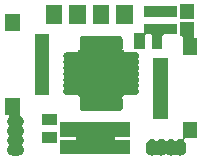
<source format=gbr>
G04 #@! TF.FileFunction,Soldermask,Top*
%FSLAX46Y46*%
G04 Gerber Fmt 4.6, Leading zero omitted, Abs format (unit mm)*
G04 Created by KiCad (PCBNEW 4.0.2-stable) date 23/09/2017 10:35:29 PM*
%MOMM*%
G01*
G04 APERTURE LIST*
%ADD10C,0.100000*%
G04 APERTURE END LIST*
D10*
G36*
X143100000Y-110501074D02*
X143103959Y-110528933D01*
X143115523Y-110554587D01*
X143133776Y-110576003D01*
X143150012Y-110587429D01*
X143233782Y-110633483D01*
X143309253Y-110696810D01*
X143370986Y-110773590D01*
X143416629Y-110860899D01*
X143444446Y-110955410D01*
X143444453Y-110955484D01*
X143444459Y-110955505D01*
X143453379Y-111053519D01*
X143443091Y-111151406D01*
X143443085Y-111151424D01*
X143443077Y-111151504D01*
X143413944Y-111245618D01*
X143367085Y-111332281D01*
X143322139Y-111386610D01*
X143307819Y-111409968D01*
X143300377Y-111437105D01*
X143300790Y-111465241D01*
X143309025Y-111492149D01*
X143321200Y-111511669D01*
X143370986Y-111573590D01*
X143416629Y-111660899D01*
X143444446Y-111755410D01*
X143444453Y-111755484D01*
X143444459Y-111755505D01*
X143453379Y-111853519D01*
X143443091Y-111951406D01*
X143443085Y-111951424D01*
X143443077Y-111951504D01*
X143413944Y-112045618D01*
X143367085Y-112132281D01*
X143322139Y-112186610D01*
X143307819Y-112209968D01*
X143300377Y-112237105D01*
X143300790Y-112265241D01*
X143309025Y-112292149D01*
X143321200Y-112311669D01*
X143370986Y-112373590D01*
X143416629Y-112460899D01*
X143444446Y-112555410D01*
X143444453Y-112555484D01*
X143444459Y-112555505D01*
X143453379Y-112653519D01*
X143443091Y-112751406D01*
X143443085Y-112751424D01*
X143443077Y-112751504D01*
X143413944Y-112845618D01*
X143367085Y-112932281D01*
X143322139Y-112986610D01*
X143307819Y-113009968D01*
X143300377Y-113037105D01*
X143300790Y-113065241D01*
X143309025Y-113092149D01*
X143321200Y-113111669D01*
X143370986Y-113173590D01*
X143416629Y-113260899D01*
X143444446Y-113355410D01*
X143444453Y-113355484D01*
X143444459Y-113355505D01*
X143453379Y-113453519D01*
X143443091Y-113551406D01*
X143443085Y-113551424D01*
X143443077Y-113551504D01*
X143413944Y-113645618D01*
X143367085Y-113732281D01*
X143304286Y-113808191D01*
X143227939Y-113870459D01*
X143140951Y-113916711D01*
X143046637Y-113945186D01*
X142948587Y-113954800D01*
X142551342Y-113954800D01*
X142548422Y-113954780D01*
X142548414Y-113954779D01*
X142544365Y-113954751D01*
X142446459Y-113943769D01*
X142352551Y-113913980D01*
X142266218Y-113866517D01*
X142190747Y-113803190D01*
X142129014Y-113726410D01*
X142083371Y-113639101D01*
X142055554Y-113544590D01*
X142055547Y-113544516D01*
X142055541Y-113544495D01*
X142046621Y-113446481D01*
X142056909Y-113348594D01*
X142056915Y-113348576D01*
X142056923Y-113348496D01*
X142086056Y-113254382D01*
X142132915Y-113167719D01*
X142177861Y-113113390D01*
X142192181Y-113090032D01*
X142199623Y-113062895D01*
X142199210Y-113034759D01*
X142190975Y-113007851D01*
X142178800Y-112988331D01*
X142129014Y-112926410D01*
X142083371Y-112839101D01*
X142055554Y-112744590D01*
X142055547Y-112744516D01*
X142055541Y-112744495D01*
X142046621Y-112646481D01*
X142056909Y-112548594D01*
X142056915Y-112548576D01*
X142056923Y-112548496D01*
X142086056Y-112454382D01*
X142132915Y-112367719D01*
X142177861Y-112313390D01*
X142192181Y-112290032D01*
X142199623Y-112262895D01*
X142199210Y-112234759D01*
X142190975Y-112207851D01*
X142178800Y-112188331D01*
X142129014Y-112126410D01*
X142083371Y-112039101D01*
X142055554Y-111944590D01*
X142055547Y-111944516D01*
X142055541Y-111944495D01*
X142046621Y-111846481D01*
X142056909Y-111748594D01*
X142056915Y-111748576D01*
X142056923Y-111748496D01*
X142086056Y-111654382D01*
X142132915Y-111567719D01*
X142177861Y-111513390D01*
X142192181Y-111490032D01*
X142199623Y-111462895D01*
X142199210Y-111434759D01*
X142190975Y-111407851D01*
X142178800Y-111388331D01*
X142129014Y-111326410D01*
X142083371Y-111239101D01*
X142055554Y-111144590D01*
X142055547Y-111144516D01*
X142055541Y-111144495D01*
X142046621Y-111046481D01*
X142056909Y-110948594D01*
X142056915Y-110948576D01*
X142056923Y-110948496D01*
X142086056Y-110854382D01*
X142132915Y-110767719D01*
X142195714Y-110691809D01*
X142214360Y-110676602D01*
X142232623Y-110656818D01*
X142245194Y-110631643D01*
X142250254Y-110603963D01*
X142247402Y-110575968D01*
X142236864Y-110549877D01*
X142219475Y-110527754D01*
X142196610Y-110511352D01*
X142170081Y-110501969D01*
X142150333Y-110500000D01*
X141900000Y-110500000D01*
X141900000Y-109100000D01*
X143100000Y-109100000D01*
X143100000Y-110501074D01*
X143100000Y-110501074D01*
G37*
G36*
X158100000Y-112500000D02*
X157099211Y-112500000D01*
X157071352Y-112503959D01*
X157045698Y-112515523D01*
X157024282Y-112533776D01*
X157008799Y-112557272D01*
X157000475Y-112584152D01*
X156999969Y-112612287D01*
X157007321Y-112639449D01*
X157021949Y-112663487D01*
X157034705Y-112676284D01*
X157058191Y-112695714D01*
X157120459Y-112772061D01*
X157166711Y-112859049D01*
X157195186Y-112953363D01*
X157204800Y-113051413D01*
X157204800Y-113448658D01*
X157204780Y-113451578D01*
X157204779Y-113451586D01*
X157204751Y-113455635D01*
X157193769Y-113553541D01*
X157163980Y-113647449D01*
X157116517Y-113733782D01*
X157053190Y-113809253D01*
X156976410Y-113870986D01*
X156889101Y-113916629D01*
X156794590Y-113944446D01*
X156794516Y-113944453D01*
X156794495Y-113944459D01*
X156696481Y-113953379D01*
X156598594Y-113943091D01*
X156598576Y-113943085D01*
X156598496Y-113943077D01*
X156504382Y-113913944D01*
X156417719Y-113867085D01*
X156363390Y-113822139D01*
X156340032Y-113807819D01*
X156312895Y-113800377D01*
X156284759Y-113800790D01*
X156257851Y-113809025D01*
X156238331Y-113821200D01*
X156176410Y-113870986D01*
X156089101Y-113916629D01*
X155994590Y-113944446D01*
X155994516Y-113944453D01*
X155994495Y-113944459D01*
X155896481Y-113953379D01*
X155798594Y-113943091D01*
X155798576Y-113943085D01*
X155798496Y-113943077D01*
X155704382Y-113913944D01*
X155617719Y-113867085D01*
X155563390Y-113822139D01*
X155540032Y-113807819D01*
X155512895Y-113800377D01*
X155484759Y-113800790D01*
X155457851Y-113809025D01*
X155438331Y-113821200D01*
X155376410Y-113870986D01*
X155289101Y-113916629D01*
X155194590Y-113944446D01*
X155194516Y-113944453D01*
X155194495Y-113944459D01*
X155096481Y-113953379D01*
X154998594Y-113943091D01*
X154998576Y-113943085D01*
X154998496Y-113943077D01*
X154904382Y-113913944D01*
X154817719Y-113867085D01*
X154763390Y-113822139D01*
X154740032Y-113807819D01*
X154712895Y-113800377D01*
X154684759Y-113800790D01*
X154657851Y-113809025D01*
X154638331Y-113821200D01*
X154576410Y-113870986D01*
X154489101Y-113916629D01*
X154394590Y-113944446D01*
X154394516Y-113944453D01*
X154394495Y-113944459D01*
X154296481Y-113953379D01*
X154198594Y-113943091D01*
X154198576Y-113943085D01*
X154198496Y-113943077D01*
X154104382Y-113913944D01*
X154017719Y-113867085D01*
X153941809Y-113804286D01*
X153879541Y-113727939D01*
X153833289Y-113640951D01*
X153804814Y-113546637D01*
X153795200Y-113448587D01*
X153795200Y-113051342D01*
X153795220Y-113048422D01*
X153795221Y-113048414D01*
X153795249Y-113044365D01*
X153806231Y-112946459D01*
X153836020Y-112852551D01*
X153883483Y-112766218D01*
X153946810Y-112690747D01*
X154023590Y-112629014D01*
X154110899Y-112583371D01*
X154205410Y-112555554D01*
X154205484Y-112555547D01*
X154205505Y-112555541D01*
X154303519Y-112546621D01*
X154401406Y-112556909D01*
X154401424Y-112556915D01*
X154401504Y-112556923D01*
X154495618Y-112586056D01*
X154582281Y-112632915D01*
X154636610Y-112677861D01*
X154659968Y-112692181D01*
X154687105Y-112699623D01*
X154715241Y-112699210D01*
X154742149Y-112690975D01*
X154761669Y-112678800D01*
X154823590Y-112629014D01*
X154910899Y-112583371D01*
X155005410Y-112555554D01*
X155005484Y-112555547D01*
X155005505Y-112555541D01*
X155103519Y-112546621D01*
X155201406Y-112556909D01*
X155201424Y-112556915D01*
X155201504Y-112556923D01*
X155295618Y-112586056D01*
X155382281Y-112632915D01*
X155436610Y-112677861D01*
X155459968Y-112692181D01*
X155487105Y-112699623D01*
X155515241Y-112699210D01*
X155542149Y-112690975D01*
X155561669Y-112678800D01*
X155623590Y-112629014D01*
X155710899Y-112583371D01*
X155805410Y-112555554D01*
X155805484Y-112555547D01*
X155805505Y-112555541D01*
X155903519Y-112546621D01*
X156001406Y-112556909D01*
X156001424Y-112556915D01*
X156001504Y-112556923D01*
X156095618Y-112586056D01*
X156182281Y-112632915D01*
X156236610Y-112677861D01*
X156259968Y-112692181D01*
X156287105Y-112699623D01*
X156315241Y-112699210D01*
X156342149Y-112690975D01*
X156361669Y-112678800D01*
X156423590Y-112629014D01*
X156510899Y-112583371D01*
X156605410Y-112555554D01*
X156605484Y-112555547D01*
X156605505Y-112555541D01*
X156703519Y-112546621D01*
X156789547Y-112555663D01*
X156817667Y-112554638D01*
X156844389Y-112545819D01*
X156867596Y-112529905D01*
X156885450Y-112508156D01*
X156896539Y-112482293D01*
X156900000Y-112456211D01*
X156900000Y-111100000D01*
X158100000Y-111100000D01*
X158100000Y-112500000D01*
X158100000Y-112500000D01*
G37*
G36*
X152475000Y-112350000D02*
X151250000Y-112350000D01*
X151222141Y-112353959D01*
X151196487Y-112365523D01*
X151175071Y-112383776D01*
X151159588Y-112407272D01*
X151151264Y-112434152D01*
X151150000Y-112450000D01*
X151150000Y-112550000D01*
X151153959Y-112577859D01*
X151165523Y-112603513D01*
X151183776Y-112624929D01*
X151207272Y-112640412D01*
X151234152Y-112648736D01*
X151250000Y-112650000D01*
X152475000Y-112650000D01*
X152475000Y-113850000D01*
X146525000Y-113850000D01*
X146525000Y-112650000D01*
X147750000Y-112650000D01*
X147777859Y-112646041D01*
X147803513Y-112634477D01*
X147824929Y-112616224D01*
X147840412Y-112592728D01*
X147848736Y-112565848D01*
X147850000Y-112550000D01*
X147850000Y-112450000D01*
X147846041Y-112422141D01*
X147834477Y-112396487D01*
X147816224Y-112375071D01*
X147792728Y-112359588D01*
X147765848Y-112351264D01*
X147750000Y-112350000D01*
X146525000Y-112350000D01*
X146525000Y-111150000D01*
X152475000Y-111150000D01*
X152475000Y-112350000D01*
X152475000Y-112350000D01*
G37*
G36*
X146300000Y-112850000D02*
X145000000Y-112850000D01*
X145000000Y-111950000D01*
X146300000Y-111950000D01*
X146300000Y-112850000D01*
X146300000Y-112850000D01*
G37*
G36*
X146300000Y-111350000D02*
X145000000Y-111350000D01*
X145000000Y-110450000D01*
X146300000Y-110450000D01*
X146300000Y-111350000D01*
X146300000Y-111350000D01*
G37*
G36*
X155625000Y-110825000D02*
X154375000Y-110825000D01*
X154375000Y-105675000D01*
X155625000Y-105675000D01*
X155625000Y-110825000D01*
X155625000Y-110825000D01*
G37*
G36*
X151565254Y-103803479D02*
X151565273Y-103803485D01*
X151565350Y-103803493D01*
X151625943Y-103822249D01*
X151681738Y-103852418D01*
X151730610Y-103892849D01*
X151770699Y-103942003D01*
X151800477Y-103998007D01*
X151818810Y-104058729D01*
X151825000Y-104121855D01*
X151825000Y-104778227D01*
X151824997Y-104778629D01*
X151824968Y-104782683D01*
X151817898Y-104845716D01*
X151798719Y-104906176D01*
X151797899Y-104907667D01*
X151795314Y-104915817D01*
X151795518Y-104915882D01*
X151790880Y-104928152D01*
X151788657Y-104956203D01*
X151794336Y-104983763D01*
X151807469Y-105008650D01*
X151827015Y-105028892D01*
X151851427Y-105042888D01*
X151888464Y-105050000D01*
X151950000Y-105050000D01*
X151950000Y-105112075D01*
X151953959Y-105139934D01*
X151965523Y-105165588D01*
X151983776Y-105187004D01*
X152007272Y-105202487D01*
X152034152Y-105210811D01*
X152062287Y-105211317D01*
X152095639Y-105200782D01*
X152098007Y-105199523D01*
X152158729Y-105181190D01*
X152221855Y-105175000D01*
X152878227Y-105175000D01*
X152878629Y-105175003D01*
X152878633Y-105175003D01*
X152882683Y-105175032D01*
X152945716Y-105182102D01*
X153006176Y-105201281D01*
X153061759Y-105231838D01*
X153110349Y-105272609D01*
X153150093Y-105322042D01*
X153179480Y-105378253D01*
X153197388Y-105439101D01*
X153197394Y-105439162D01*
X153197402Y-105439191D01*
X153203142Y-105502264D01*
X153196521Y-105565254D01*
X153196515Y-105565273D01*
X153196507Y-105565350D01*
X153177751Y-105625943D01*
X153147582Y-105681738D01*
X153143118Y-105687134D01*
X153128795Y-105710496D01*
X153121354Y-105737633D01*
X153121767Y-105765769D01*
X153130003Y-105792676D01*
X153142181Y-105812201D01*
X153150093Y-105822042D01*
X153179480Y-105878253D01*
X153197388Y-105939101D01*
X153197394Y-105939162D01*
X153197402Y-105939191D01*
X153203142Y-106002264D01*
X153196521Y-106065254D01*
X153196515Y-106065273D01*
X153196507Y-106065350D01*
X153177751Y-106125943D01*
X153147582Y-106181738D01*
X153143118Y-106187134D01*
X153128795Y-106210496D01*
X153121354Y-106237633D01*
X153121767Y-106265769D01*
X153130003Y-106292676D01*
X153142181Y-106312201D01*
X153150093Y-106322042D01*
X153179480Y-106378253D01*
X153197388Y-106439101D01*
X153197394Y-106439162D01*
X153197402Y-106439191D01*
X153203142Y-106502264D01*
X153196521Y-106565254D01*
X153196515Y-106565273D01*
X153196507Y-106565350D01*
X153177751Y-106625943D01*
X153147582Y-106681738D01*
X153143118Y-106687134D01*
X153128795Y-106710496D01*
X153121354Y-106737633D01*
X153121767Y-106765769D01*
X153130003Y-106792676D01*
X153142181Y-106812201D01*
X153150093Y-106822042D01*
X153179480Y-106878253D01*
X153197388Y-106939101D01*
X153197394Y-106939162D01*
X153197402Y-106939191D01*
X153203142Y-107002264D01*
X153196521Y-107065254D01*
X153196515Y-107065273D01*
X153196507Y-107065350D01*
X153177751Y-107125943D01*
X153147582Y-107181738D01*
X153143118Y-107187134D01*
X153128795Y-107210496D01*
X153121354Y-107237633D01*
X153121767Y-107265769D01*
X153130003Y-107292676D01*
X153142181Y-107312201D01*
X153150093Y-107322042D01*
X153179480Y-107378253D01*
X153197388Y-107439101D01*
X153197394Y-107439162D01*
X153197402Y-107439191D01*
X153203142Y-107502264D01*
X153196521Y-107565254D01*
X153196515Y-107565273D01*
X153196507Y-107565350D01*
X153177751Y-107625943D01*
X153147582Y-107681738D01*
X153143118Y-107687134D01*
X153128795Y-107710496D01*
X153121354Y-107737633D01*
X153121767Y-107765769D01*
X153130003Y-107792676D01*
X153142181Y-107812201D01*
X153150093Y-107822042D01*
X153179480Y-107878253D01*
X153197388Y-107939101D01*
X153197394Y-107939162D01*
X153197402Y-107939191D01*
X153203142Y-108002264D01*
X153196521Y-108065254D01*
X153196515Y-108065273D01*
X153196507Y-108065350D01*
X153177751Y-108125943D01*
X153147582Y-108181738D01*
X153143118Y-108187134D01*
X153128795Y-108210496D01*
X153121354Y-108237633D01*
X153121767Y-108265769D01*
X153130003Y-108292676D01*
X153142181Y-108312201D01*
X153150093Y-108322042D01*
X153179480Y-108378253D01*
X153197388Y-108439101D01*
X153197394Y-108439162D01*
X153197402Y-108439191D01*
X153203142Y-108502264D01*
X153196521Y-108565254D01*
X153196515Y-108565273D01*
X153196507Y-108565350D01*
X153177751Y-108625943D01*
X153147582Y-108681738D01*
X153107151Y-108730610D01*
X153057997Y-108770699D01*
X153001993Y-108800477D01*
X152941271Y-108818810D01*
X152878145Y-108825000D01*
X152221773Y-108825000D01*
X152221371Y-108824997D01*
X152221367Y-108824997D01*
X152217317Y-108824968D01*
X152154284Y-108817898D01*
X152093824Y-108798719D01*
X152092333Y-108797899D01*
X152084183Y-108795314D01*
X152084118Y-108795518D01*
X152071848Y-108790880D01*
X152043797Y-108788657D01*
X152016237Y-108794336D01*
X151991350Y-108807469D01*
X151971108Y-108827015D01*
X151957112Y-108851427D01*
X151950000Y-108888464D01*
X151950000Y-108950000D01*
X151887925Y-108950000D01*
X151860066Y-108953959D01*
X151834412Y-108965523D01*
X151812996Y-108983776D01*
X151797513Y-109007272D01*
X151789189Y-109034152D01*
X151788683Y-109062287D01*
X151799218Y-109095639D01*
X151800477Y-109098007D01*
X151818810Y-109158729D01*
X151825000Y-109221855D01*
X151825000Y-109878227D01*
X151824997Y-109878629D01*
X151824968Y-109882683D01*
X151817898Y-109945716D01*
X151798719Y-110006176D01*
X151768162Y-110061759D01*
X151727391Y-110110349D01*
X151677958Y-110150093D01*
X151621747Y-110179480D01*
X151560899Y-110197388D01*
X151560838Y-110197394D01*
X151560809Y-110197402D01*
X151497736Y-110203142D01*
X151434746Y-110196521D01*
X151434727Y-110196515D01*
X151434650Y-110196507D01*
X151374057Y-110177751D01*
X151318262Y-110147582D01*
X151312866Y-110143118D01*
X151289504Y-110128795D01*
X151262367Y-110121354D01*
X151234231Y-110121767D01*
X151207324Y-110130003D01*
X151187799Y-110142181D01*
X151177958Y-110150093D01*
X151121747Y-110179480D01*
X151060899Y-110197388D01*
X151060838Y-110197394D01*
X151060809Y-110197402D01*
X150997736Y-110203142D01*
X150934746Y-110196521D01*
X150934727Y-110196515D01*
X150934650Y-110196507D01*
X150874057Y-110177751D01*
X150818262Y-110147582D01*
X150812866Y-110143118D01*
X150789504Y-110128795D01*
X150762367Y-110121354D01*
X150734231Y-110121767D01*
X150707324Y-110130003D01*
X150687799Y-110142181D01*
X150677958Y-110150093D01*
X150621747Y-110179480D01*
X150560899Y-110197388D01*
X150560838Y-110197394D01*
X150560809Y-110197402D01*
X150497736Y-110203142D01*
X150434746Y-110196521D01*
X150434727Y-110196515D01*
X150434650Y-110196507D01*
X150374057Y-110177751D01*
X150318262Y-110147582D01*
X150312866Y-110143118D01*
X150289504Y-110128795D01*
X150262367Y-110121354D01*
X150234231Y-110121767D01*
X150207324Y-110130003D01*
X150187799Y-110142181D01*
X150177958Y-110150093D01*
X150121747Y-110179480D01*
X150060899Y-110197388D01*
X150060838Y-110197394D01*
X150060809Y-110197402D01*
X149997736Y-110203142D01*
X149934746Y-110196521D01*
X149934727Y-110196515D01*
X149934650Y-110196507D01*
X149874057Y-110177751D01*
X149818262Y-110147582D01*
X149812866Y-110143118D01*
X149789504Y-110128795D01*
X149762367Y-110121354D01*
X149734231Y-110121767D01*
X149707324Y-110130003D01*
X149687799Y-110142181D01*
X149677958Y-110150093D01*
X149621747Y-110179480D01*
X149560899Y-110197388D01*
X149560838Y-110197394D01*
X149560809Y-110197402D01*
X149497736Y-110203142D01*
X149434746Y-110196521D01*
X149434727Y-110196515D01*
X149434650Y-110196507D01*
X149374057Y-110177751D01*
X149318262Y-110147582D01*
X149312866Y-110143118D01*
X149289504Y-110128795D01*
X149262367Y-110121354D01*
X149234231Y-110121767D01*
X149207324Y-110130003D01*
X149187799Y-110142181D01*
X149177958Y-110150093D01*
X149121747Y-110179480D01*
X149060899Y-110197388D01*
X149060838Y-110197394D01*
X149060809Y-110197402D01*
X148997736Y-110203142D01*
X148934746Y-110196521D01*
X148934727Y-110196515D01*
X148934650Y-110196507D01*
X148874057Y-110177751D01*
X148818262Y-110147582D01*
X148812866Y-110143118D01*
X148789504Y-110128795D01*
X148762367Y-110121354D01*
X148734231Y-110121767D01*
X148707324Y-110130003D01*
X148687799Y-110142181D01*
X148677958Y-110150093D01*
X148621747Y-110179480D01*
X148560899Y-110197388D01*
X148560838Y-110197394D01*
X148560809Y-110197402D01*
X148497736Y-110203142D01*
X148434746Y-110196521D01*
X148434727Y-110196515D01*
X148434650Y-110196507D01*
X148374057Y-110177751D01*
X148318262Y-110147582D01*
X148269390Y-110107151D01*
X148229301Y-110057997D01*
X148199523Y-110001993D01*
X148181190Y-109941271D01*
X148175000Y-109878145D01*
X148175000Y-109221773D01*
X148175003Y-109221371D01*
X148175003Y-109221367D01*
X148175032Y-109217317D01*
X148182102Y-109154284D01*
X148201281Y-109093824D01*
X148202101Y-109092333D01*
X148204686Y-109084183D01*
X148204482Y-109084118D01*
X148209120Y-109071848D01*
X148211343Y-109043797D01*
X148205664Y-109016237D01*
X148192531Y-108991350D01*
X148172985Y-108971108D01*
X148148573Y-108957112D01*
X148111536Y-108950000D01*
X148050000Y-108950000D01*
X148050000Y-108887925D01*
X148046041Y-108860066D01*
X148034477Y-108834412D01*
X148016224Y-108812996D01*
X147992728Y-108797513D01*
X147965848Y-108789189D01*
X147937713Y-108788683D01*
X147904361Y-108799218D01*
X147901993Y-108800477D01*
X147841271Y-108818810D01*
X147778145Y-108825000D01*
X147121773Y-108825000D01*
X147121371Y-108824997D01*
X147121367Y-108824997D01*
X147117317Y-108824968D01*
X147054284Y-108817898D01*
X146993824Y-108798719D01*
X146938241Y-108768162D01*
X146889651Y-108727391D01*
X146849907Y-108677958D01*
X146820520Y-108621747D01*
X146802612Y-108560899D01*
X146802606Y-108560838D01*
X146802598Y-108560809D01*
X146796858Y-108497736D01*
X146803479Y-108434746D01*
X146803485Y-108434727D01*
X146803493Y-108434650D01*
X146822249Y-108374057D01*
X146852418Y-108318262D01*
X146856882Y-108312866D01*
X146871205Y-108289504D01*
X146878646Y-108262367D01*
X146878233Y-108234231D01*
X146869997Y-108207324D01*
X146857819Y-108187799D01*
X146849907Y-108177958D01*
X146820520Y-108121747D01*
X146802612Y-108060899D01*
X146802606Y-108060838D01*
X146802598Y-108060809D01*
X146796858Y-107997736D01*
X146803479Y-107934746D01*
X146803485Y-107934727D01*
X146803493Y-107934650D01*
X146822249Y-107874057D01*
X146852418Y-107818262D01*
X146856882Y-107812866D01*
X146871205Y-107789504D01*
X146878646Y-107762367D01*
X146878233Y-107734231D01*
X146869997Y-107707324D01*
X146857819Y-107687799D01*
X146849907Y-107677958D01*
X146820520Y-107621747D01*
X146802612Y-107560899D01*
X146802606Y-107560838D01*
X146802598Y-107560809D01*
X146796858Y-107497736D01*
X146803479Y-107434746D01*
X146803485Y-107434727D01*
X146803493Y-107434650D01*
X146822249Y-107374057D01*
X146852418Y-107318262D01*
X146856882Y-107312866D01*
X146871205Y-107289504D01*
X146878646Y-107262367D01*
X146878233Y-107234231D01*
X146869997Y-107207324D01*
X146857819Y-107187799D01*
X146849907Y-107177958D01*
X146820520Y-107121747D01*
X146802612Y-107060899D01*
X146802606Y-107060838D01*
X146802598Y-107060809D01*
X146796858Y-106997736D01*
X146803479Y-106934746D01*
X146803485Y-106934727D01*
X146803493Y-106934650D01*
X146822249Y-106874057D01*
X146852418Y-106818262D01*
X146856882Y-106812866D01*
X146871205Y-106789504D01*
X146878646Y-106762367D01*
X146878233Y-106734231D01*
X146869997Y-106707324D01*
X146857819Y-106687799D01*
X146849907Y-106677958D01*
X146820520Y-106621747D01*
X146802612Y-106560899D01*
X146802606Y-106560838D01*
X146802598Y-106560809D01*
X146796858Y-106497736D01*
X146803479Y-106434746D01*
X146803485Y-106434727D01*
X146803493Y-106434650D01*
X146822249Y-106374057D01*
X146852418Y-106318262D01*
X146856882Y-106312866D01*
X146871205Y-106289504D01*
X146878646Y-106262367D01*
X146878233Y-106234231D01*
X146869997Y-106207324D01*
X146857819Y-106187799D01*
X146849907Y-106177958D01*
X146820520Y-106121747D01*
X146802612Y-106060899D01*
X146802606Y-106060838D01*
X146802598Y-106060809D01*
X146796858Y-105997736D01*
X146803479Y-105934746D01*
X146803485Y-105934727D01*
X146803493Y-105934650D01*
X146822249Y-105874057D01*
X146852418Y-105818262D01*
X146856882Y-105812866D01*
X146871205Y-105789504D01*
X146878646Y-105762367D01*
X146878233Y-105734231D01*
X146869997Y-105707324D01*
X146857819Y-105687799D01*
X146849907Y-105677958D01*
X146820520Y-105621747D01*
X146802612Y-105560899D01*
X146802606Y-105560838D01*
X146802598Y-105560809D01*
X146796858Y-105497736D01*
X146803479Y-105434746D01*
X146803485Y-105434727D01*
X146803493Y-105434650D01*
X146822249Y-105374057D01*
X146852418Y-105318262D01*
X146892849Y-105269390D01*
X146942003Y-105229301D01*
X146998007Y-105199523D01*
X147058729Y-105181190D01*
X147121855Y-105175000D01*
X147778227Y-105175000D01*
X147778629Y-105175003D01*
X147778633Y-105175003D01*
X147782683Y-105175032D01*
X147845716Y-105182102D01*
X147906176Y-105201281D01*
X147907667Y-105202101D01*
X147915817Y-105204686D01*
X147915882Y-105204482D01*
X147928152Y-105209120D01*
X147956203Y-105211343D01*
X147983763Y-105205664D01*
X148008650Y-105192531D01*
X148028892Y-105172985D01*
X148042888Y-105148573D01*
X148050000Y-105111536D01*
X148050000Y-105050000D01*
X148112075Y-105050000D01*
X148139934Y-105046041D01*
X148165588Y-105034477D01*
X148187004Y-105016224D01*
X148202487Y-104992728D01*
X148210811Y-104965848D01*
X148211317Y-104937713D01*
X148200782Y-104904361D01*
X148199523Y-104901993D01*
X148181190Y-104841271D01*
X148175000Y-104778145D01*
X148175000Y-104121773D01*
X148175003Y-104121371D01*
X148175003Y-104121367D01*
X148175032Y-104117317D01*
X148182102Y-104054284D01*
X148201281Y-103993824D01*
X148231838Y-103938241D01*
X148272609Y-103889651D01*
X148322042Y-103849907D01*
X148378253Y-103820520D01*
X148439101Y-103802612D01*
X148439162Y-103802606D01*
X148439191Y-103802598D01*
X148502264Y-103796858D01*
X148565254Y-103803479D01*
X148565273Y-103803485D01*
X148565350Y-103803493D01*
X148625943Y-103822249D01*
X148681738Y-103852418D01*
X148687134Y-103856882D01*
X148710496Y-103871205D01*
X148737633Y-103878646D01*
X148765769Y-103878233D01*
X148792676Y-103869997D01*
X148812201Y-103857819D01*
X148822042Y-103849907D01*
X148878253Y-103820520D01*
X148939101Y-103802612D01*
X148939162Y-103802606D01*
X148939191Y-103802598D01*
X149002264Y-103796858D01*
X149065254Y-103803479D01*
X149065273Y-103803485D01*
X149065350Y-103803493D01*
X149125943Y-103822249D01*
X149181738Y-103852418D01*
X149187134Y-103856882D01*
X149210496Y-103871205D01*
X149237633Y-103878646D01*
X149265769Y-103878233D01*
X149292676Y-103869997D01*
X149312201Y-103857819D01*
X149322042Y-103849907D01*
X149378253Y-103820520D01*
X149439101Y-103802612D01*
X149439162Y-103802606D01*
X149439191Y-103802598D01*
X149502264Y-103796858D01*
X149565254Y-103803479D01*
X149565273Y-103803485D01*
X149565350Y-103803493D01*
X149625943Y-103822249D01*
X149681738Y-103852418D01*
X149687134Y-103856882D01*
X149710496Y-103871205D01*
X149737633Y-103878646D01*
X149765769Y-103878233D01*
X149792676Y-103869997D01*
X149812201Y-103857819D01*
X149822042Y-103849907D01*
X149878253Y-103820520D01*
X149939101Y-103802612D01*
X149939162Y-103802606D01*
X149939191Y-103802598D01*
X150002264Y-103796858D01*
X150065254Y-103803479D01*
X150065273Y-103803485D01*
X150065350Y-103803493D01*
X150125943Y-103822249D01*
X150181738Y-103852418D01*
X150187134Y-103856882D01*
X150210496Y-103871205D01*
X150237633Y-103878646D01*
X150265769Y-103878233D01*
X150292676Y-103869997D01*
X150312201Y-103857819D01*
X150322042Y-103849907D01*
X150378253Y-103820520D01*
X150439101Y-103802612D01*
X150439162Y-103802606D01*
X150439191Y-103802598D01*
X150502264Y-103796858D01*
X150565254Y-103803479D01*
X150565273Y-103803485D01*
X150565350Y-103803493D01*
X150625943Y-103822249D01*
X150681738Y-103852418D01*
X150687134Y-103856882D01*
X150710496Y-103871205D01*
X150737633Y-103878646D01*
X150765769Y-103878233D01*
X150792676Y-103869997D01*
X150812201Y-103857819D01*
X150822042Y-103849907D01*
X150878253Y-103820520D01*
X150939101Y-103802612D01*
X150939162Y-103802606D01*
X150939191Y-103802598D01*
X151002264Y-103796858D01*
X151065254Y-103803479D01*
X151065273Y-103803485D01*
X151065350Y-103803493D01*
X151125943Y-103822249D01*
X151181738Y-103852418D01*
X151187134Y-103856882D01*
X151210496Y-103871205D01*
X151237633Y-103878646D01*
X151265769Y-103878233D01*
X151292676Y-103869997D01*
X151312201Y-103857819D01*
X151322042Y-103849907D01*
X151378253Y-103820520D01*
X151439101Y-103802612D01*
X151439162Y-103802606D01*
X151439191Y-103802598D01*
X151502264Y-103796858D01*
X151565254Y-103803479D01*
X151565254Y-103803479D01*
G37*
G36*
X145625000Y-108825000D02*
X144375000Y-108825000D01*
X144375000Y-103675000D01*
X145625000Y-103675000D01*
X145625000Y-108825000D01*
X145625000Y-108825000D01*
G37*
G36*
X157825000Y-103900000D02*
X157828959Y-103927859D01*
X157840523Y-103953513D01*
X157858776Y-103974929D01*
X157882272Y-103990412D01*
X157909152Y-103998736D01*
X157925000Y-104000000D01*
X158100000Y-104000000D01*
X158100000Y-105400000D01*
X156900000Y-105400000D01*
X156900000Y-103950000D01*
X156896041Y-103922141D01*
X156884477Y-103896487D01*
X156866224Y-103875071D01*
X156842728Y-103859588D01*
X156815848Y-103851264D01*
X156800000Y-103850000D01*
X156675000Y-103850000D01*
X156675000Y-102650000D01*
X157825000Y-102650000D01*
X157825000Y-103900000D01*
X157825000Y-103900000D01*
G37*
G36*
X156400000Y-103700000D02*
X155300000Y-103700000D01*
X155272141Y-103703959D01*
X155246487Y-103715523D01*
X155225071Y-103733776D01*
X155209588Y-103757272D01*
X155201264Y-103784152D01*
X155200000Y-103800000D01*
X155200000Y-104900000D01*
X154300000Y-104900000D01*
X154300000Y-103800000D01*
X154296041Y-103772141D01*
X154284477Y-103746487D01*
X154266224Y-103725071D01*
X154242728Y-103709588D01*
X154215848Y-103701264D01*
X154200000Y-103700000D01*
X153800000Y-103700000D01*
X153772141Y-103703959D01*
X153746487Y-103715523D01*
X153725071Y-103733776D01*
X153709588Y-103757272D01*
X153701264Y-103784152D01*
X153700000Y-103800000D01*
X153700000Y-104900000D01*
X152800000Y-104900000D01*
X152800000Y-103600000D01*
X153500000Y-103600000D01*
X153527859Y-103596041D01*
X153553513Y-103584477D01*
X153574929Y-103566224D01*
X153590412Y-103542728D01*
X153598736Y-103515848D01*
X153600000Y-103500000D01*
X153600000Y-102800000D01*
X156400000Y-102800000D01*
X156400000Y-103700000D01*
X156400000Y-103700000D01*
G37*
G36*
X143100000Y-103400000D02*
X141900000Y-103400000D01*
X141900000Y-102000000D01*
X143100000Y-102000000D01*
X143100000Y-103400000D01*
X143100000Y-103400000D01*
G37*
G36*
X148700000Y-102825000D02*
X147300000Y-102825000D01*
X147300000Y-101175000D01*
X148700000Y-101175000D01*
X148700000Y-102825000D01*
X148700000Y-102825000D01*
G37*
G36*
X146700000Y-102825000D02*
X145300000Y-102825000D01*
X145300000Y-101175000D01*
X146700000Y-101175000D01*
X146700000Y-102825000D01*
X146700000Y-102825000D01*
G37*
G36*
X150700000Y-102825000D02*
X149300000Y-102825000D01*
X149300000Y-101175000D01*
X150700000Y-101175000D01*
X150700000Y-102825000D01*
X150700000Y-102825000D01*
G37*
G36*
X152700000Y-102825000D02*
X151300000Y-102825000D01*
X151300000Y-101175000D01*
X152700000Y-101175000D01*
X152700000Y-102825000D01*
X152700000Y-102825000D01*
G37*
G36*
X157825000Y-102350000D02*
X156675000Y-102350000D01*
X156675000Y-101150000D01*
X157825000Y-101150000D01*
X157825000Y-102350000D01*
X157825000Y-102350000D01*
G37*
G36*
X156400000Y-102200000D02*
X153600000Y-102200000D01*
X153600000Y-101300000D01*
X156400000Y-101300000D01*
X156400000Y-102200000D01*
X156400000Y-102200000D01*
G37*
M02*

</source>
